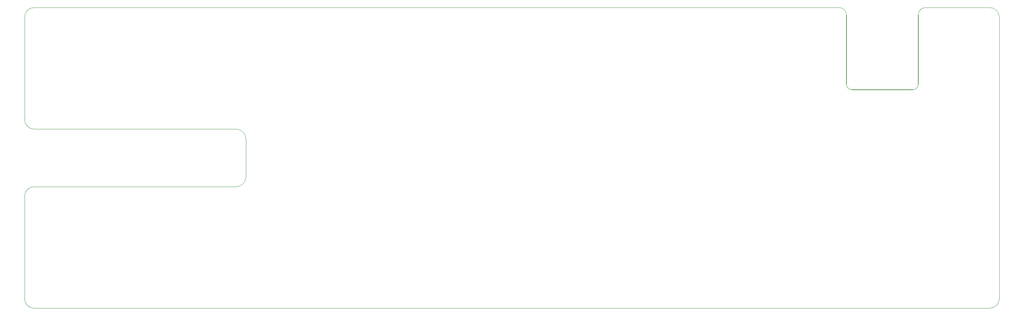
<source format=gbr>
%TF.GenerationSoftware,KiCad,Pcbnew,(6.0.10)*%
%TF.CreationDate,2023-02-21T15:14:53-06:00*%
%TF.ProjectId,Asymptote_PCB,4173796d-7074-46f7-9465-5f5043422e6b,rev?*%
%TF.SameCoordinates,Original*%
%TF.FileFunction,Profile,NP*%
%FSLAX46Y46*%
G04 Gerber Fmt 4.6, Leading zero omitted, Abs format (unit mm)*
G04 Created by KiCad (PCBNEW (6.0.10)) date 2023-02-21 15:14:53*
%MOMM*%
%LPD*%
G01*
G04 APERTURE LIST*
%TA.AperFunction,Profile*%
%ADD10C,0.100000*%
%TD*%
%TA.AperFunction,Profile*%
%ADD11C,0.150000*%
%TD*%
G04 APERTURE END LIST*
D10*
X229648750Y-62706250D02*
G75*
G03*
X230981250Y-64038750I1332500J0D01*
G01*
X246062500Y-64055625D02*
G75*
G03*
X247411875Y-62706250I0J1349375D01*
G01*
X249237500Y-43656250D02*
G75*
G03*
X247411875Y-45481875I-1J-1825624D01*
G01*
X229631875Y-45481875D02*
G75*
G03*
X227806250Y-43656250I-1825625J0D01*
G01*
X28575000Y-88106250D02*
G75*
G03*
X26193750Y-90487500I0J-2381250D01*
G01*
X26193750Y-71437500D02*
G75*
G03*
X28575000Y-73818750I2381250J0D01*
G01*
X78581250Y-88106250D02*
G75*
G03*
X80962500Y-85725000I0J2381250D01*
G01*
X80962500Y-76200000D02*
G75*
G03*
X78581250Y-73818750I-2381250J0D01*
G01*
X26193750Y-90487500D02*
X26193750Y-115887500D01*
X78581250Y-88106250D02*
X28575000Y-88106250D01*
X80962500Y-76200000D02*
X80962500Y-85725000D01*
X28575000Y-73818750D02*
X78581250Y-73818750D01*
D11*
X247411875Y-45481875D02*
X247411875Y-62706250D01*
X229648750Y-62706250D02*
X229631875Y-45481875D01*
X246062500Y-64055625D02*
X230981250Y-64038750D01*
D10*
X265112500Y-43656250D02*
X249237500Y-43656250D01*
X26193750Y-115887500D02*
G75*
G03*
X28575000Y-118268750I2381250J0D01*
G01*
X265112500Y-118268750D02*
X28575000Y-118268750D01*
X265112500Y-118268750D02*
G75*
G03*
X267493750Y-115887500I0J2381250D01*
G01*
X26193750Y-46037500D02*
X26193750Y-71437500D01*
X28575000Y-43656250D02*
G75*
G03*
X26193750Y-46037500I0J-2381250D01*
G01*
X267493750Y-46037500D02*
G75*
G03*
X265112500Y-43656250I-2381250J0D01*
G01*
X267493750Y-115887500D02*
X267493750Y-46037500D01*
X28575000Y-43656250D02*
X227806250Y-43656250D01*
M02*

</source>
